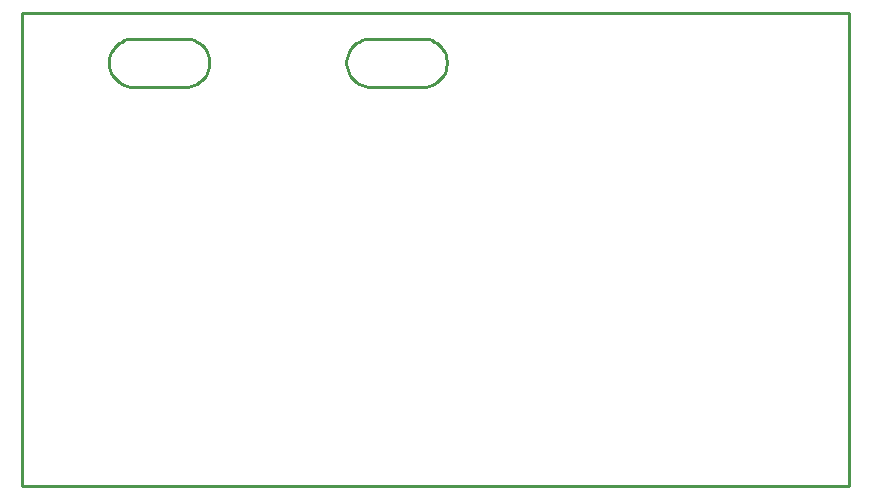
<source format=gko>
G04*
G04 #@! TF.GenerationSoftware,Altium Limited,Altium Designer,22.2.1 (43)*
G04*
G04 Layer_Color=16711935*
%FSLAX25Y25*%
%MOIN*%
G70*
G04*
G04 #@! TF.SameCoordinates,3A658960-9040-4E96-AE8A-DEED508C0D5D*
G04*
G04*
G04 #@! TF.FilePolarity,Positive*
G04*
G01*
G75*
%ADD10C,0.00984*%
%ADD14C,0.01000*%
D10*
X196850Y236221D02*
X196850Y78740D01*
X196850Y236221D02*
X472441D01*
X196850Y78740D02*
X472441D01*
X472441Y236221D02*
X472441Y78740D01*
D14*
X312992Y227756D02*
X311981Y227692D01*
X310985Y227502D01*
X310021Y227189D01*
X309104Y226758D01*
X308248Y226215D01*
X307467Y225568D01*
X306773Y224830D01*
X306178Y224010D01*
X305689Y223122D01*
X305316Y222179D01*
X305064Y221197D01*
X304937Y220192D01*
Y219178D01*
X305064Y218173D01*
X305316Y217191D01*
X305689Y216249D01*
X306178Y215360D01*
X306773Y214541D01*
X307467Y213802D01*
X308248Y213156D01*
X309104Y212613D01*
X310021Y212181D01*
X310985Y211868D01*
X311981Y211678D01*
X312992Y211614D01*
X330315D02*
X331327Y211678D01*
X332322Y211868D01*
X333286Y212181D01*
X334203Y212613D01*
X335059Y213156D01*
X335840Y213802D01*
X336534Y214541D01*
X337129Y215360D01*
X337618Y216249D01*
X337991Y217191D01*
X338243Y218173D01*
X338370Y219178D01*
X338370Y220192D01*
X338243Y221197D01*
X337991Y222179D01*
X337618Y223122D01*
X337129Y224010D01*
X336534Y224830D01*
X335840Y225569D01*
X335059Y226215D01*
X334203Y226758D01*
X333286Y227189D01*
X332322Y227502D01*
X331327Y227692D01*
X330315Y227756D01*
X251181Y211614D02*
X252193Y211678D01*
X253188Y211868D01*
X254152Y212181D01*
X255069Y212613D01*
X255925Y213156D01*
X256706Y213802D01*
X257400Y214541D01*
X257996Y215360D01*
X258484Y216249D01*
X258857Y217191D01*
X259109Y218173D01*
X259236Y219178D01*
X259236Y220192D01*
X259109Y221197D01*
X258857Y222179D01*
X258484Y223122D01*
X257996Y224010D01*
X257400Y224830D01*
X256706Y225569D01*
X255925Y226215D01*
X255069Y226758D01*
X254152Y227189D01*
X253188Y227502D01*
X252193Y227692D01*
X251181Y227756D01*
X233858D02*
X232847Y227692D01*
X231851Y227502D01*
X230887Y227189D01*
X229970Y226758D01*
X229114Y226215D01*
X228333Y225568D01*
X227640Y224830D01*
X227044Y224010D01*
X226555Y223122D01*
X226182Y222179D01*
X225930Y221197D01*
X225803Y220192D01*
Y219178D01*
X225930Y218173D01*
X226182Y217191D01*
X226555Y216249D01*
X227044Y215360D01*
X227640Y214541D01*
X228333Y213802D01*
X229114Y213156D01*
X229970Y212613D01*
X230887Y212181D01*
X231851Y211868D01*
X232847Y211678D01*
X233858Y211614D01*
X312992D02*
X330315D01*
X312992Y227756D02*
X330315D01*
X233858D02*
X251181D01*
X233858Y211614D02*
X251181D01*
M02*

</source>
